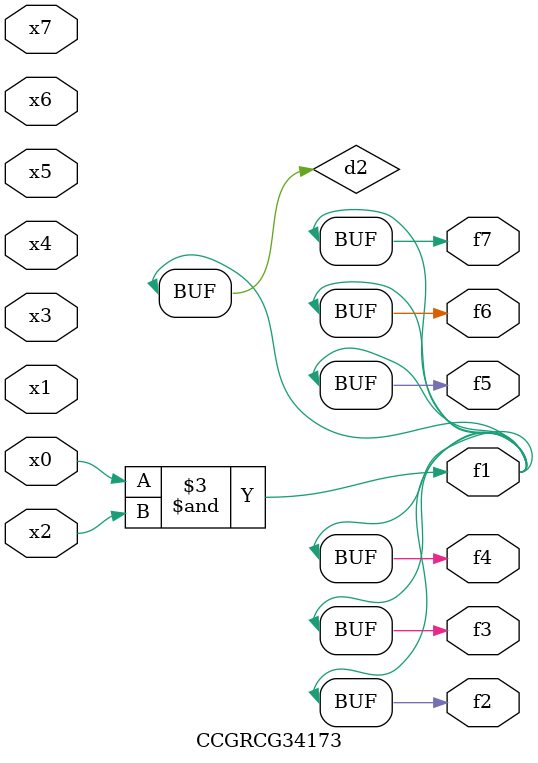
<source format=v>
module CCGRCG34173(
	input x0, x1, x2, x3, x4, x5, x6, x7,
	output f1, f2, f3, f4, f5, f6, f7
);

	wire d1, d2;

	nor (d1, x3, x6);
	and (d2, x0, x2);
	assign f1 = d2;
	assign f2 = d2;
	assign f3 = d2;
	assign f4 = d2;
	assign f5 = d2;
	assign f6 = d2;
	assign f7 = d2;
endmodule

</source>
